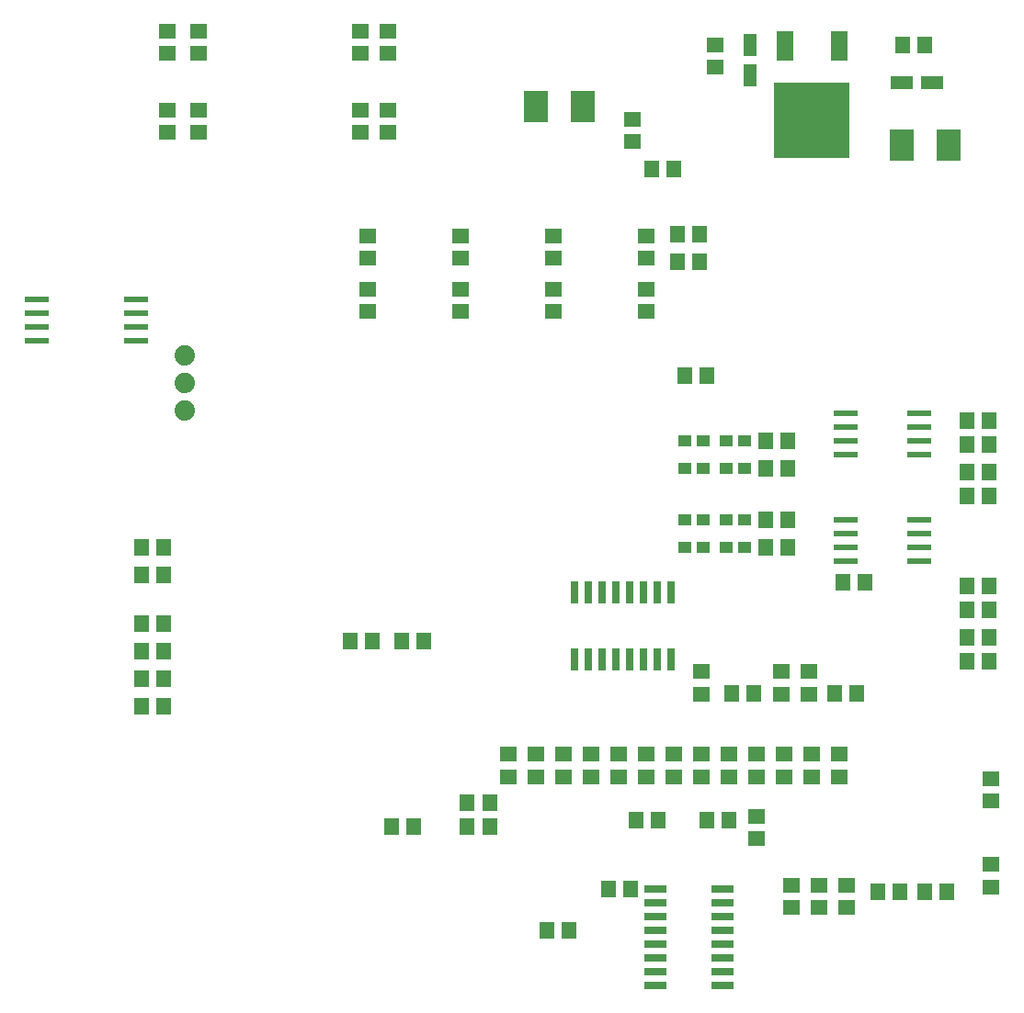
<source format=gtp>
G04 MADE WITH FRITZING*
G04 WWW.FRITZING.ORG*
G04 DOUBLE SIDED*
G04 HOLES PLATED*
G04 CONTOUR ON CENTER OF CONTOUR VECTOR*
%ASAXBY*%
%FSLAX23Y23*%
%MOIN*%
%OFA0B0*%
%SFA1.0B1.0*%
%ADD10C,0.074000*%
%ADD11R,0.055118X0.059055*%
%ADD12R,0.275591X0.275591*%
%ADD13R,0.059055X0.106299*%
%ADD14R,0.047244X0.078740*%
%ADD15R,0.059055X0.055118*%
%ADD16R,0.086614X0.023622*%
%ADD17R,0.090086X0.113708*%
%ADD18R,0.026000X0.080000*%
%ADD19R,0.086900X0.024000*%
%ADD20R,0.047244X0.043307*%
%ADD21R,0.078740X0.047244*%
%ADD22R,0.080000X0.026000*%
%ADD23R,0.001000X0.001000*%
%LNPASTEMASK1*%
G90*
G70*
G54D10*
X607Y2494D03*
X607Y2394D03*
X607Y2294D03*
G54D11*
X1207Y1457D03*
X1288Y1457D03*
G54D12*
X2882Y3345D03*
G54D13*
X2783Y3618D03*
X2980Y3618D03*
G54D14*
X2657Y3620D03*
X2657Y3510D03*
G54D15*
X2232Y3270D03*
X2232Y3351D03*
G54D11*
X2301Y3170D03*
X2382Y3170D03*
G54D16*
X432Y2595D03*
X69Y2595D03*
X432Y2545D03*
X432Y2645D03*
X432Y2695D03*
X69Y2545D03*
X69Y2645D03*
X69Y2695D03*
G54D17*
X3207Y3257D03*
X3376Y3257D03*
X1882Y3395D03*
X2051Y3395D03*
G54D18*
X2019Y1390D03*
X2069Y1390D03*
X2119Y1390D03*
X2169Y1390D03*
X2219Y1390D03*
X2269Y1390D03*
X2319Y1390D03*
X2369Y1390D03*
X2369Y1632D03*
X2319Y1632D03*
X2269Y1632D03*
X2219Y1632D03*
X2169Y1632D03*
X2119Y1632D03*
X2069Y1632D03*
X2019Y1632D03*
G54D19*
X3269Y2132D03*
X3269Y2182D03*
X3269Y2232D03*
X3269Y2282D03*
X3004Y2282D03*
X3004Y2232D03*
X3004Y2182D03*
X3004Y2132D03*
X3269Y1745D03*
X3269Y1795D03*
X3269Y1845D03*
X3269Y1895D03*
X3004Y1895D03*
X3004Y1845D03*
X3004Y1795D03*
X3004Y1745D03*
G54D20*
X2569Y1795D03*
X2636Y1795D03*
X2569Y1895D03*
X2636Y1895D03*
X2569Y2082D03*
X2636Y2082D03*
X2569Y2182D03*
X2636Y2182D03*
X2419Y1795D03*
X2486Y1795D03*
X2419Y1895D03*
X2486Y1895D03*
X2419Y2082D03*
X2486Y2082D03*
X2419Y2182D03*
X2486Y2182D03*
G54D21*
X3207Y3482D03*
X3317Y3482D03*
G54D22*
X2557Y207D03*
X2557Y257D03*
X2557Y307D03*
X2557Y357D03*
X2557Y407D03*
X2557Y457D03*
X2557Y507D03*
X2557Y557D03*
X2315Y557D03*
X2315Y507D03*
X2315Y457D03*
X2315Y407D03*
X2315Y357D03*
X2315Y307D03*
X2315Y257D03*
X2315Y207D03*
G54D11*
X2144Y557D03*
X2225Y557D03*
X532Y1220D03*
X451Y1220D03*
X532Y1520D03*
X451Y1520D03*
X2394Y2932D03*
X2475Y2932D03*
X3292Y3620D03*
X3211Y3620D03*
G54D15*
X2532Y3539D03*
X2532Y3620D03*
G54D11*
X532Y1420D03*
X451Y1420D03*
X532Y1320D03*
X451Y1320D03*
X532Y1795D03*
X451Y1795D03*
G54D15*
X1344Y3302D03*
X1344Y3382D03*
X1244Y3589D03*
X1244Y3670D03*
X1344Y3589D03*
X1344Y3670D03*
X1244Y3302D03*
X1244Y3382D03*
X657Y3589D03*
X657Y3670D03*
X544Y3589D03*
X544Y3670D03*
X657Y3302D03*
X657Y3382D03*
X544Y3302D03*
X544Y3382D03*
G54D11*
X3525Y2257D03*
X3444Y2257D03*
X3525Y1982D03*
X3444Y1982D03*
X3525Y2070D03*
X3444Y2070D03*
X3525Y2170D03*
X3444Y2170D03*
X2419Y2420D03*
X2500Y2420D03*
X3525Y1382D03*
X3444Y1382D03*
X3525Y1470D03*
X3444Y1470D03*
X3525Y1570D03*
X3444Y1570D03*
X3525Y1657D03*
X3444Y1657D03*
G54D15*
X1269Y2652D03*
X1269Y2732D03*
X1607Y2652D03*
X1607Y2732D03*
X1944Y2652D03*
X1944Y2732D03*
X2282Y2652D03*
X2282Y2732D03*
X1269Y2926D03*
X1269Y2845D03*
X1607Y2926D03*
X1607Y2845D03*
X1944Y2926D03*
X1944Y2845D03*
X2282Y2926D03*
X2282Y2845D03*
G54D11*
X2714Y2082D03*
X2794Y2082D03*
X2794Y2182D03*
X2714Y2182D03*
X1713Y782D03*
X1632Y782D03*
X2325Y807D03*
X2244Y807D03*
X532Y1695D03*
X451Y1695D03*
X2994Y1670D03*
X3075Y1670D03*
G54D15*
X2769Y1345D03*
X2769Y1264D03*
X2082Y964D03*
X2082Y1045D03*
G54D11*
X1394Y1457D03*
X1475Y1457D03*
X2475Y2832D03*
X2394Y2832D03*
G54D15*
X1982Y964D03*
X1982Y1045D03*
G54D11*
X1713Y870D03*
X1632Y870D03*
G54D15*
X1782Y1045D03*
X1782Y964D03*
G54D11*
X3044Y1266D03*
X2964Y1266D03*
G54D15*
X2482Y1264D03*
X2482Y1345D03*
X3532Y877D03*
X3532Y957D03*
G54D11*
X3289Y545D03*
X3369Y545D03*
X3200Y545D03*
X3119Y545D03*
G54D15*
X3532Y564D03*
X3532Y645D03*
X3007Y570D03*
X3007Y489D03*
X2682Y739D03*
X2682Y820D03*
G54D11*
X2501Y807D03*
X2582Y807D03*
G54D15*
X2882Y964D03*
X2882Y1045D03*
X2807Y489D03*
X2807Y570D03*
X2907Y489D03*
X2907Y570D03*
G54D11*
X1357Y782D03*
X1438Y782D03*
G54D15*
X1882Y964D03*
X1882Y1045D03*
X2182Y964D03*
X2182Y1045D03*
X2982Y964D03*
X2982Y1045D03*
X2682Y964D03*
X2682Y1045D03*
X2582Y964D03*
X2582Y1045D03*
X2782Y964D03*
X2782Y1045D03*
X2482Y964D03*
X2482Y1045D03*
X2282Y964D03*
X2282Y1045D03*
X2382Y964D03*
X2382Y1045D03*
G54D11*
X2714Y1795D03*
X2794Y1795D03*
X2794Y1895D03*
X2714Y1895D03*
X2669Y1266D03*
X2589Y1266D03*
G54D15*
X2869Y1264D03*
X2869Y1345D03*
G54D11*
X1919Y407D03*
X2000Y407D03*
G54D23*
D02*
G04 End of PasteMask1*
M02*
</source>
